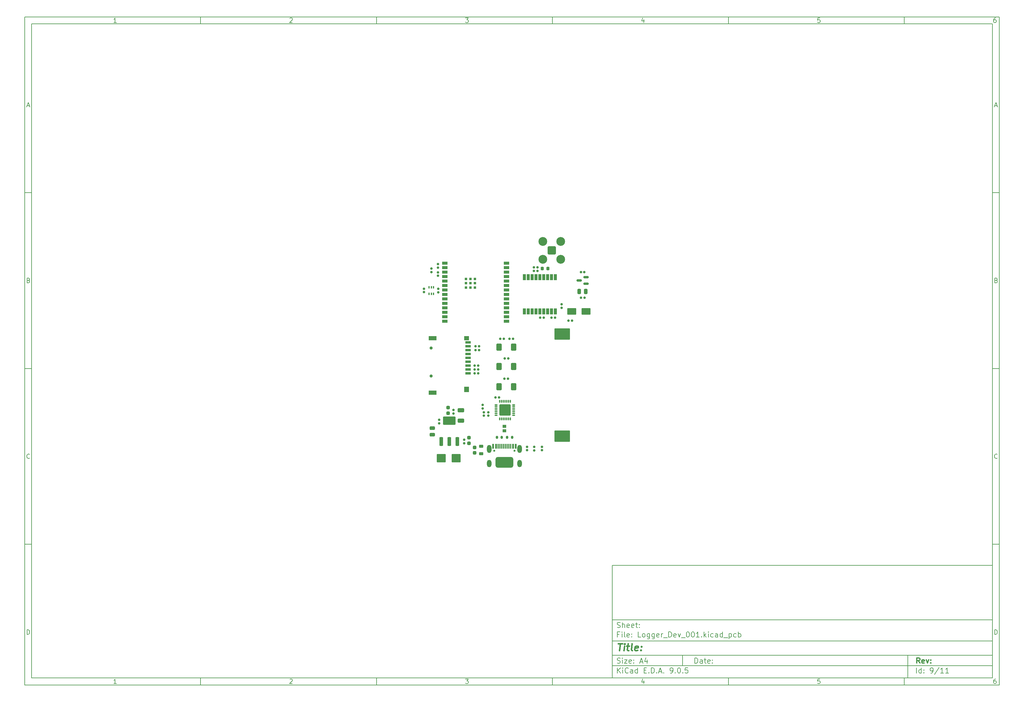
<source format=gbr>
%TF.GenerationSoftware,KiCad,Pcbnew,9.0.5*%
%TF.CreationDate,2025-12-06T02:43:12+13:00*%
%TF.ProjectId,Logger_Dev_001,4c6f6767-6572-45f4-9465-765f3030312e,rev?*%
%TF.SameCoordinates,Original*%
%TF.FileFunction,Soldermask,Top*%
%TF.FilePolarity,Negative*%
%FSLAX46Y46*%
G04 Gerber Fmt 4.6, Leading zero omitted, Abs format (unit mm)*
G04 Created by KiCad (PCBNEW 9.0.5) date 2025-12-06 02:43:12*
%MOMM*%
%LPD*%
G01*
G04 APERTURE LIST*
G04 Aperture macros list*
%AMRoundRect*
0 Rectangle with rounded corners*
0 $1 Rounding radius*
0 $2 $3 $4 $5 $6 $7 $8 $9 X,Y pos of 4 corners*
0 Add a 4 corners polygon primitive as box body*
4,1,4,$2,$3,$4,$5,$6,$7,$8,$9,$2,$3,0*
0 Add four circle primitives for the rounded corners*
1,1,$1+$1,$2,$3*
1,1,$1+$1,$4,$5*
1,1,$1+$1,$6,$7*
1,1,$1+$1,$8,$9*
0 Add four rect primitives between the rounded corners*
20,1,$1+$1,$2,$3,$4,$5,0*
20,1,$1+$1,$4,$5,$6,$7,0*
20,1,$1+$1,$6,$7,$8,$9,0*
20,1,$1+$1,$8,$9,$2,$3,0*%
G04 Aperture macros list end*
%ADD10C,0.100000*%
%ADD11C,0.150000*%
%ADD12C,0.300000*%
%ADD13C,0.400000*%
%ADD14RoundRect,0.159000X0.189000X-0.159000X0.189000X0.159000X-0.189000X0.159000X-0.189000X-0.159000X0*%
%ADD15RoundRect,0.250000X-1.350000X1.350000X-1.350000X-1.350000X1.350000X-1.350000X1.350000X1.350000X0*%
%ADD16O,0.900000X0.280000*%
%ADD17O,0.280000X0.900000*%
%ADD18RoundRect,0.220000X-0.220000X-0.255000X0.220000X-0.255000X0.220000X0.255000X-0.220000X0.255000X0*%
%ADD19RoundRect,0.244000X0.269000X-0.244000X0.269000X0.244000X-0.269000X0.244000X-0.269000X-0.244000X0*%
%ADD20C,0.600000*%
%ADD21R,0.300000X1.400000*%
%ADD22R,0.500000X1.400000*%
%ADD23O,1.300000X2.300000*%
%ADD24O,1.300000X2.100000*%
%ADD25C,0.500000*%
%ADD26RoundRect,0.500000X-2.000000X-1.000000X2.000000X-1.000000X2.000000X1.000000X-2.000000X1.000000X0*%
%ADD27RoundRect,0.159000X0.159000X0.189000X-0.159000X0.189000X-0.159000X-0.189000X0.159000X-0.189000X0*%
%ADD28RoundRect,0.265778X0.647222X-0.332222X0.647222X0.332222X-0.647222X0.332222X-0.647222X-0.332222X0*%
%ADD29RoundRect,0.200100X-0.949900X-0.949900X0.949900X-0.949900X0.949900X0.949900X-0.949900X0.949900X0*%
%ADD30C,2.500000*%
%ADD31RoundRect,0.159000X-0.159000X-0.189000X0.159000X-0.189000X0.159000X0.189000X-0.159000X0.189000X0*%
%ADD32RoundRect,0.159000X-0.189000X0.159000X-0.189000X-0.159000X0.189000X-0.159000X0.189000X0.159000X0*%
%ADD33RoundRect,0.220000X0.380000X-0.220000X0.380000X0.220000X-0.380000X0.220000X-0.380000X-0.220000X0*%
%ADD34RoundRect,0.261500X0.476500X-0.261500X0.476500X0.261500X-0.476500X0.261500X-0.476500X-0.261500X0*%
%ADD35RoundRect,0.260556X-1.027444X-0.677444X1.027444X-0.677444X1.027444X0.677444X-1.027444X0.677444X0*%
%ADD36RoundRect,0.287778X0.489222X0.714222X-0.489222X0.714222X-0.489222X-0.714222X0.489222X-0.714222X0*%
%ADD37RoundRect,0.169000X0.169000X0.219000X-0.169000X0.219000X-0.169000X-0.219000X0.169000X-0.219000X0*%
%ADD38R,0.812800X1.803400*%
%ADD39RoundRect,0.102000X-2.100000X1.500000X-2.100000X-1.500000X2.100000X-1.500000X2.100000X1.500000X0*%
%ADD40RoundRect,0.150000X0.590000X0.150000X-0.590000X0.150000X-0.590000X-0.150000X0.590000X-0.150000X0*%
%ADD41RoundRect,0.169000X-0.169000X-0.219000X0.169000X-0.219000X0.169000X0.219000X-0.169000X0.219000X0*%
%ADD42RoundRect,0.100000X-0.100000X0.225000X-0.100000X-0.225000X0.100000X-0.225000X0.100000X0.225000X0*%
%ADD43RoundRect,0.102000X0.150000X-0.350000X0.150000X0.350000X-0.150000X0.350000X-0.150000X-0.350000X0*%
%ADD44C,0.900000*%
%ADD45R,1.600000X0.700000*%
%ADD46R,2.200000X1.200000*%
%ADD47R,1.400000X1.600000*%
%ADD48R,1.400000X1.200000*%
%ADD49RoundRect,0.261500X0.261500X0.476500X-0.261500X0.476500X-0.261500X-0.476500X0.261500X-0.476500X0*%
%ADD50RoundRect,0.250000X-0.300000X1.000000X-0.300000X-1.000000X0.300000X-1.000000X0.300000X1.000000X0*%
%ADD51RoundRect,0.250000X-1.550000X0.920000X-1.550000X-0.920000X1.550000X-0.920000X1.550000X0.920000X0*%
%ADD52RoundRect,0.258261X1.029739X0.929739X-1.029739X0.929739X-1.029739X-0.929739X1.029739X-0.929739X0*%
%ADD53R,1.500000X0.900000*%
%ADD54R,0.800000X0.800000*%
G04 APERTURE END LIST*
D10*
D11*
X177002200Y-166007200D02*
X285002200Y-166007200D01*
X285002200Y-198007200D01*
X177002200Y-198007200D01*
X177002200Y-166007200D01*
D10*
D11*
X10000000Y-10000000D02*
X287002200Y-10000000D01*
X287002200Y-200007200D01*
X10000000Y-200007200D01*
X10000000Y-10000000D01*
D10*
D11*
X12000000Y-12000000D02*
X285002200Y-12000000D01*
X285002200Y-198007200D01*
X12000000Y-198007200D01*
X12000000Y-12000000D01*
D10*
D11*
X60000000Y-12000000D02*
X60000000Y-10000000D01*
D10*
D11*
X110000000Y-12000000D02*
X110000000Y-10000000D01*
D10*
D11*
X160000000Y-12000000D02*
X160000000Y-10000000D01*
D10*
D11*
X210000000Y-12000000D02*
X210000000Y-10000000D01*
D10*
D11*
X260000000Y-12000000D02*
X260000000Y-10000000D01*
D10*
D11*
X36089160Y-11593604D02*
X35346303Y-11593604D01*
X35717731Y-11593604D02*
X35717731Y-10293604D01*
X35717731Y-10293604D02*
X35593922Y-10479319D01*
X35593922Y-10479319D02*
X35470112Y-10603128D01*
X35470112Y-10603128D02*
X35346303Y-10665033D01*
D10*
D11*
X85346303Y-10417414D02*
X85408207Y-10355509D01*
X85408207Y-10355509D02*
X85532017Y-10293604D01*
X85532017Y-10293604D02*
X85841541Y-10293604D01*
X85841541Y-10293604D02*
X85965350Y-10355509D01*
X85965350Y-10355509D02*
X86027255Y-10417414D01*
X86027255Y-10417414D02*
X86089160Y-10541223D01*
X86089160Y-10541223D02*
X86089160Y-10665033D01*
X86089160Y-10665033D02*
X86027255Y-10850747D01*
X86027255Y-10850747D02*
X85284398Y-11593604D01*
X85284398Y-11593604D02*
X86089160Y-11593604D01*
D10*
D11*
X135284398Y-10293604D02*
X136089160Y-10293604D01*
X136089160Y-10293604D02*
X135655826Y-10788842D01*
X135655826Y-10788842D02*
X135841541Y-10788842D01*
X135841541Y-10788842D02*
X135965350Y-10850747D01*
X135965350Y-10850747D02*
X136027255Y-10912652D01*
X136027255Y-10912652D02*
X136089160Y-11036461D01*
X136089160Y-11036461D02*
X136089160Y-11345985D01*
X136089160Y-11345985D02*
X136027255Y-11469795D01*
X136027255Y-11469795D02*
X135965350Y-11531700D01*
X135965350Y-11531700D02*
X135841541Y-11593604D01*
X135841541Y-11593604D02*
X135470112Y-11593604D01*
X135470112Y-11593604D02*
X135346303Y-11531700D01*
X135346303Y-11531700D02*
X135284398Y-11469795D01*
D10*
D11*
X185965350Y-10726938D02*
X185965350Y-11593604D01*
X185655826Y-10231700D02*
X185346303Y-11160271D01*
X185346303Y-11160271D02*
X186151064Y-11160271D01*
D10*
D11*
X236027255Y-10293604D02*
X235408207Y-10293604D01*
X235408207Y-10293604D02*
X235346303Y-10912652D01*
X235346303Y-10912652D02*
X235408207Y-10850747D01*
X235408207Y-10850747D02*
X235532017Y-10788842D01*
X235532017Y-10788842D02*
X235841541Y-10788842D01*
X235841541Y-10788842D02*
X235965350Y-10850747D01*
X235965350Y-10850747D02*
X236027255Y-10912652D01*
X236027255Y-10912652D02*
X236089160Y-11036461D01*
X236089160Y-11036461D02*
X236089160Y-11345985D01*
X236089160Y-11345985D02*
X236027255Y-11469795D01*
X236027255Y-11469795D02*
X235965350Y-11531700D01*
X235965350Y-11531700D02*
X235841541Y-11593604D01*
X235841541Y-11593604D02*
X235532017Y-11593604D01*
X235532017Y-11593604D02*
X235408207Y-11531700D01*
X235408207Y-11531700D02*
X235346303Y-11469795D01*
D10*
D11*
X285965350Y-10293604D02*
X285717731Y-10293604D01*
X285717731Y-10293604D02*
X285593922Y-10355509D01*
X285593922Y-10355509D02*
X285532017Y-10417414D01*
X285532017Y-10417414D02*
X285408207Y-10603128D01*
X285408207Y-10603128D02*
X285346303Y-10850747D01*
X285346303Y-10850747D02*
X285346303Y-11345985D01*
X285346303Y-11345985D02*
X285408207Y-11469795D01*
X285408207Y-11469795D02*
X285470112Y-11531700D01*
X285470112Y-11531700D02*
X285593922Y-11593604D01*
X285593922Y-11593604D02*
X285841541Y-11593604D01*
X285841541Y-11593604D02*
X285965350Y-11531700D01*
X285965350Y-11531700D02*
X286027255Y-11469795D01*
X286027255Y-11469795D02*
X286089160Y-11345985D01*
X286089160Y-11345985D02*
X286089160Y-11036461D01*
X286089160Y-11036461D02*
X286027255Y-10912652D01*
X286027255Y-10912652D02*
X285965350Y-10850747D01*
X285965350Y-10850747D02*
X285841541Y-10788842D01*
X285841541Y-10788842D02*
X285593922Y-10788842D01*
X285593922Y-10788842D02*
X285470112Y-10850747D01*
X285470112Y-10850747D02*
X285408207Y-10912652D01*
X285408207Y-10912652D02*
X285346303Y-11036461D01*
D10*
D11*
X60000000Y-198007200D02*
X60000000Y-200007200D01*
D10*
D11*
X110000000Y-198007200D02*
X110000000Y-200007200D01*
D10*
D11*
X160000000Y-198007200D02*
X160000000Y-200007200D01*
D10*
D11*
X210000000Y-198007200D02*
X210000000Y-200007200D01*
D10*
D11*
X260000000Y-198007200D02*
X260000000Y-200007200D01*
D10*
D11*
X36089160Y-199600804D02*
X35346303Y-199600804D01*
X35717731Y-199600804D02*
X35717731Y-198300804D01*
X35717731Y-198300804D02*
X35593922Y-198486519D01*
X35593922Y-198486519D02*
X35470112Y-198610328D01*
X35470112Y-198610328D02*
X35346303Y-198672233D01*
D10*
D11*
X85346303Y-198424614D02*
X85408207Y-198362709D01*
X85408207Y-198362709D02*
X85532017Y-198300804D01*
X85532017Y-198300804D02*
X85841541Y-198300804D01*
X85841541Y-198300804D02*
X85965350Y-198362709D01*
X85965350Y-198362709D02*
X86027255Y-198424614D01*
X86027255Y-198424614D02*
X86089160Y-198548423D01*
X86089160Y-198548423D02*
X86089160Y-198672233D01*
X86089160Y-198672233D02*
X86027255Y-198857947D01*
X86027255Y-198857947D02*
X85284398Y-199600804D01*
X85284398Y-199600804D02*
X86089160Y-199600804D01*
D10*
D11*
X135284398Y-198300804D02*
X136089160Y-198300804D01*
X136089160Y-198300804D02*
X135655826Y-198796042D01*
X135655826Y-198796042D02*
X135841541Y-198796042D01*
X135841541Y-198796042D02*
X135965350Y-198857947D01*
X135965350Y-198857947D02*
X136027255Y-198919852D01*
X136027255Y-198919852D02*
X136089160Y-199043661D01*
X136089160Y-199043661D02*
X136089160Y-199353185D01*
X136089160Y-199353185D02*
X136027255Y-199476995D01*
X136027255Y-199476995D02*
X135965350Y-199538900D01*
X135965350Y-199538900D02*
X135841541Y-199600804D01*
X135841541Y-199600804D02*
X135470112Y-199600804D01*
X135470112Y-199600804D02*
X135346303Y-199538900D01*
X135346303Y-199538900D02*
X135284398Y-199476995D01*
D10*
D11*
X185965350Y-198734138D02*
X185965350Y-199600804D01*
X185655826Y-198238900D02*
X185346303Y-199167471D01*
X185346303Y-199167471D02*
X186151064Y-199167471D01*
D10*
D11*
X236027255Y-198300804D02*
X235408207Y-198300804D01*
X235408207Y-198300804D02*
X235346303Y-198919852D01*
X235346303Y-198919852D02*
X235408207Y-198857947D01*
X235408207Y-198857947D02*
X235532017Y-198796042D01*
X235532017Y-198796042D02*
X235841541Y-198796042D01*
X235841541Y-198796042D02*
X235965350Y-198857947D01*
X235965350Y-198857947D02*
X236027255Y-198919852D01*
X236027255Y-198919852D02*
X236089160Y-199043661D01*
X236089160Y-199043661D02*
X236089160Y-199353185D01*
X236089160Y-199353185D02*
X236027255Y-199476995D01*
X236027255Y-199476995D02*
X235965350Y-199538900D01*
X235965350Y-199538900D02*
X235841541Y-199600804D01*
X235841541Y-199600804D02*
X235532017Y-199600804D01*
X235532017Y-199600804D02*
X235408207Y-199538900D01*
X235408207Y-199538900D02*
X235346303Y-199476995D01*
D10*
D11*
X285965350Y-198300804D02*
X285717731Y-198300804D01*
X285717731Y-198300804D02*
X285593922Y-198362709D01*
X285593922Y-198362709D02*
X285532017Y-198424614D01*
X285532017Y-198424614D02*
X285408207Y-198610328D01*
X285408207Y-198610328D02*
X285346303Y-198857947D01*
X285346303Y-198857947D02*
X285346303Y-199353185D01*
X285346303Y-199353185D02*
X285408207Y-199476995D01*
X285408207Y-199476995D02*
X285470112Y-199538900D01*
X285470112Y-199538900D02*
X285593922Y-199600804D01*
X285593922Y-199600804D02*
X285841541Y-199600804D01*
X285841541Y-199600804D02*
X285965350Y-199538900D01*
X285965350Y-199538900D02*
X286027255Y-199476995D01*
X286027255Y-199476995D02*
X286089160Y-199353185D01*
X286089160Y-199353185D02*
X286089160Y-199043661D01*
X286089160Y-199043661D02*
X286027255Y-198919852D01*
X286027255Y-198919852D02*
X285965350Y-198857947D01*
X285965350Y-198857947D02*
X285841541Y-198796042D01*
X285841541Y-198796042D02*
X285593922Y-198796042D01*
X285593922Y-198796042D02*
X285470112Y-198857947D01*
X285470112Y-198857947D02*
X285408207Y-198919852D01*
X285408207Y-198919852D02*
X285346303Y-199043661D01*
D10*
D11*
X10000000Y-60000000D02*
X12000000Y-60000000D01*
D10*
D11*
X10000000Y-110000000D02*
X12000000Y-110000000D01*
D10*
D11*
X10000000Y-160000000D02*
X12000000Y-160000000D01*
D10*
D11*
X10690476Y-35222176D02*
X11309523Y-35222176D01*
X10566666Y-35593604D02*
X10999999Y-34293604D01*
X10999999Y-34293604D02*
X11433333Y-35593604D01*
D10*
D11*
X11092857Y-84912652D02*
X11278571Y-84974557D01*
X11278571Y-84974557D02*
X11340476Y-85036461D01*
X11340476Y-85036461D02*
X11402380Y-85160271D01*
X11402380Y-85160271D02*
X11402380Y-85345985D01*
X11402380Y-85345985D02*
X11340476Y-85469795D01*
X11340476Y-85469795D02*
X11278571Y-85531700D01*
X11278571Y-85531700D02*
X11154761Y-85593604D01*
X11154761Y-85593604D02*
X10659523Y-85593604D01*
X10659523Y-85593604D02*
X10659523Y-84293604D01*
X10659523Y-84293604D02*
X11092857Y-84293604D01*
X11092857Y-84293604D02*
X11216666Y-84355509D01*
X11216666Y-84355509D02*
X11278571Y-84417414D01*
X11278571Y-84417414D02*
X11340476Y-84541223D01*
X11340476Y-84541223D02*
X11340476Y-84665033D01*
X11340476Y-84665033D02*
X11278571Y-84788842D01*
X11278571Y-84788842D02*
X11216666Y-84850747D01*
X11216666Y-84850747D02*
X11092857Y-84912652D01*
X11092857Y-84912652D02*
X10659523Y-84912652D01*
D10*
D11*
X11402380Y-135469795D02*
X11340476Y-135531700D01*
X11340476Y-135531700D02*
X11154761Y-135593604D01*
X11154761Y-135593604D02*
X11030952Y-135593604D01*
X11030952Y-135593604D02*
X10845238Y-135531700D01*
X10845238Y-135531700D02*
X10721428Y-135407890D01*
X10721428Y-135407890D02*
X10659523Y-135284080D01*
X10659523Y-135284080D02*
X10597619Y-135036461D01*
X10597619Y-135036461D02*
X10597619Y-134850747D01*
X10597619Y-134850747D02*
X10659523Y-134603128D01*
X10659523Y-134603128D02*
X10721428Y-134479319D01*
X10721428Y-134479319D02*
X10845238Y-134355509D01*
X10845238Y-134355509D02*
X11030952Y-134293604D01*
X11030952Y-134293604D02*
X11154761Y-134293604D01*
X11154761Y-134293604D02*
X11340476Y-134355509D01*
X11340476Y-134355509D02*
X11402380Y-134417414D01*
D10*
D11*
X10659523Y-185593604D02*
X10659523Y-184293604D01*
X10659523Y-184293604D02*
X10969047Y-184293604D01*
X10969047Y-184293604D02*
X11154761Y-184355509D01*
X11154761Y-184355509D02*
X11278571Y-184479319D01*
X11278571Y-184479319D02*
X11340476Y-184603128D01*
X11340476Y-184603128D02*
X11402380Y-184850747D01*
X11402380Y-184850747D02*
X11402380Y-185036461D01*
X11402380Y-185036461D02*
X11340476Y-185284080D01*
X11340476Y-185284080D02*
X11278571Y-185407890D01*
X11278571Y-185407890D02*
X11154761Y-185531700D01*
X11154761Y-185531700D02*
X10969047Y-185593604D01*
X10969047Y-185593604D02*
X10659523Y-185593604D01*
D10*
D11*
X287002200Y-60000000D02*
X285002200Y-60000000D01*
D10*
D11*
X287002200Y-110000000D02*
X285002200Y-110000000D01*
D10*
D11*
X287002200Y-160000000D02*
X285002200Y-160000000D01*
D10*
D11*
X285692676Y-35222176D02*
X286311723Y-35222176D01*
X285568866Y-35593604D02*
X286002199Y-34293604D01*
X286002199Y-34293604D02*
X286435533Y-35593604D01*
D10*
D11*
X286095057Y-84912652D02*
X286280771Y-84974557D01*
X286280771Y-84974557D02*
X286342676Y-85036461D01*
X286342676Y-85036461D02*
X286404580Y-85160271D01*
X286404580Y-85160271D02*
X286404580Y-85345985D01*
X286404580Y-85345985D02*
X286342676Y-85469795D01*
X286342676Y-85469795D02*
X286280771Y-85531700D01*
X286280771Y-85531700D02*
X286156961Y-85593604D01*
X286156961Y-85593604D02*
X285661723Y-85593604D01*
X285661723Y-85593604D02*
X285661723Y-84293604D01*
X285661723Y-84293604D02*
X286095057Y-84293604D01*
X286095057Y-84293604D02*
X286218866Y-84355509D01*
X286218866Y-84355509D02*
X286280771Y-84417414D01*
X286280771Y-84417414D02*
X286342676Y-84541223D01*
X286342676Y-84541223D02*
X286342676Y-84665033D01*
X286342676Y-84665033D02*
X286280771Y-84788842D01*
X286280771Y-84788842D02*
X286218866Y-84850747D01*
X286218866Y-84850747D02*
X286095057Y-84912652D01*
X286095057Y-84912652D02*
X285661723Y-84912652D01*
D10*
D11*
X286404580Y-135469795D02*
X286342676Y-135531700D01*
X286342676Y-135531700D02*
X286156961Y-135593604D01*
X286156961Y-135593604D02*
X286033152Y-135593604D01*
X286033152Y-135593604D02*
X285847438Y-135531700D01*
X285847438Y-135531700D02*
X285723628Y-135407890D01*
X285723628Y-135407890D02*
X285661723Y-135284080D01*
X285661723Y-135284080D02*
X285599819Y-135036461D01*
X285599819Y-135036461D02*
X285599819Y-134850747D01*
X285599819Y-134850747D02*
X285661723Y-134603128D01*
X285661723Y-134603128D02*
X285723628Y-134479319D01*
X285723628Y-134479319D02*
X285847438Y-134355509D01*
X285847438Y-134355509D02*
X286033152Y-134293604D01*
X286033152Y-134293604D02*
X286156961Y-134293604D01*
X286156961Y-134293604D02*
X286342676Y-134355509D01*
X286342676Y-134355509D02*
X286404580Y-134417414D01*
D10*
D11*
X285661723Y-185593604D02*
X285661723Y-184293604D01*
X285661723Y-184293604D02*
X285971247Y-184293604D01*
X285971247Y-184293604D02*
X286156961Y-184355509D01*
X286156961Y-184355509D02*
X286280771Y-184479319D01*
X286280771Y-184479319D02*
X286342676Y-184603128D01*
X286342676Y-184603128D02*
X286404580Y-184850747D01*
X286404580Y-184850747D02*
X286404580Y-185036461D01*
X286404580Y-185036461D02*
X286342676Y-185284080D01*
X286342676Y-185284080D02*
X286280771Y-185407890D01*
X286280771Y-185407890D02*
X286156961Y-185531700D01*
X286156961Y-185531700D02*
X285971247Y-185593604D01*
X285971247Y-185593604D02*
X285661723Y-185593604D01*
D10*
D11*
X200458026Y-193793328D02*
X200458026Y-192293328D01*
X200458026Y-192293328D02*
X200815169Y-192293328D01*
X200815169Y-192293328D02*
X201029455Y-192364757D01*
X201029455Y-192364757D02*
X201172312Y-192507614D01*
X201172312Y-192507614D02*
X201243741Y-192650471D01*
X201243741Y-192650471D02*
X201315169Y-192936185D01*
X201315169Y-192936185D02*
X201315169Y-193150471D01*
X201315169Y-193150471D02*
X201243741Y-193436185D01*
X201243741Y-193436185D02*
X201172312Y-193579042D01*
X201172312Y-193579042D02*
X201029455Y-193721900D01*
X201029455Y-193721900D02*
X200815169Y-193793328D01*
X200815169Y-193793328D02*
X200458026Y-193793328D01*
X202600884Y-193793328D02*
X202600884Y-193007614D01*
X202600884Y-193007614D02*
X202529455Y-192864757D01*
X202529455Y-192864757D02*
X202386598Y-192793328D01*
X202386598Y-192793328D02*
X202100884Y-192793328D01*
X202100884Y-192793328D02*
X201958026Y-192864757D01*
X202600884Y-193721900D02*
X202458026Y-193793328D01*
X202458026Y-193793328D02*
X202100884Y-193793328D01*
X202100884Y-193793328D02*
X201958026Y-193721900D01*
X201958026Y-193721900D02*
X201886598Y-193579042D01*
X201886598Y-193579042D02*
X201886598Y-193436185D01*
X201886598Y-193436185D02*
X201958026Y-193293328D01*
X201958026Y-193293328D02*
X202100884Y-193221900D01*
X202100884Y-193221900D02*
X202458026Y-193221900D01*
X202458026Y-193221900D02*
X202600884Y-193150471D01*
X203100884Y-192793328D02*
X203672312Y-192793328D01*
X203315169Y-192293328D02*
X203315169Y-193579042D01*
X203315169Y-193579042D02*
X203386598Y-193721900D01*
X203386598Y-193721900D02*
X203529455Y-193793328D01*
X203529455Y-193793328D02*
X203672312Y-193793328D01*
X204743741Y-193721900D02*
X204600884Y-193793328D01*
X204600884Y-193793328D02*
X204315170Y-193793328D01*
X204315170Y-193793328D02*
X204172312Y-193721900D01*
X204172312Y-193721900D02*
X204100884Y-193579042D01*
X204100884Y-193579042D02*
X204100884Y-193007614D01*
X204100884Y-193007614D02*
X204172312Y-192864757D01*
X204172312Y-192864757D02*
X204315170Y-192793328D01*
X204315170Y-192793328D02*
X204600884Y-192793328D01*
X204600884Y-192793328D02*
X204743741Y-192864757D01*
X204743741Y-192864757D02*
X204815170Y-193007614D01*
X204815170Y-193007614D02*
X204815170Y-193150471D01*
X204815170Y-193150471D02*
X204100884Y-193293328D01*
X205458026Y-193650471D02*
X205529455Y-193721900D01*
X205529455Y-193721900D02*
X205458026Y-193793328D01*
X205458026Y-193793328D02*
X205386598Y-193721900D01*
X205386598Y-193721900D02*
X205458026Y-193650471D01*
X205458026Y-193650471D02*
X205458026Y-193793328D01*
X205458026Y-192864757D02*
X205529455Y-192936185D01*
X205529455Y-192936185D02*
X205458026Y-193007614D01*
X205458026Y-193007614D02*
X205386598Y-192936185D01*
X205386598Y-192936185D02*
X205458026Y-192864757D01*
X205458026Y-192864757D02*
X205458026Y-193007614D01*
D10*
D11*
X177002200Y-194507200D02*
X285002200Y-194507200D01*
D10*
D11*
X178458026Y-196593328D02*
X178458026Y-195093328D01*
X179315169Y-196593328D02*
X178672312Y-195736185D01*
X179315169Y-195093328D02*
X178458026Y-195950471D01*
X179958026Y-196593328D02*
X179958026Y-195593328D01*
X179958026Y-195093328D02*
X179886598Y-195164757D01*
X179886598Y-195164757D02*
X179958026Y-195236185D01*
X179958026Y-195236185D02*
X180029455Y-195164757D01*
X180029455Y-195164757D02*
X179958026Y-195093328D01*
X179958026Y-195093328D02*
X179958026Y-195236185D01*
X181529455Y-196450471D02*
X181458027Y-196521900D01*
X181458027Y-196521900D02*
X181243741Y-196593328D01*
X181243741Y-196593328D02*
X181100884Y-196593328D01*
X181100884Y-196593328D02*
X180886598Y-196521900D01*
X180886598Y-196521900D02*
X180743741Y-196379042D01*
X180743741Y-196379042D02*
X180672312Y-196236185D01*
X180672312Y-196236185D02*
X180600884Y-195950471D01*
X180600884Y-195950471D02*
X180600884Y-195736185D01*
X180600884Y-195736185D02*
X180672312Y-195450471D01*
X180672312Y-195450471D02*
X180743741Y-195307614D01*
X180743741Y-195307614D02*
X180886598Y-195164757D01*
X180886598Y-195164757D02*
X181100884Y-195093328D01*
X181100884Y-195093328D02*
X181243741Y-195093328D01*
X181243741Y-195093328D02*
X181458027Y-195164757D01*
X181458027Y-195164757D02*
X181529455Y-195236185D01*
X182815170Y-196593328D02*
X182815170Y-195807614D01*
X182815170Y-195807614D02*
X182743741Y-195664757D01*
X182743741Y-195664757D02*
X182600884Y-195593328D01*
X182600884Y-195593328D02*
X182315170Y-195593328D01*
X182315170Y-195593328D02*
X182172312Y-195664757D01*
X182815170Y-196521900D02*
X182672312Y-196593328D01*
X182672312Y-196593328D02*
X182315170Y-196593328D01*
X182315170Y-196593328D02*
X182172312Y-196521900D01*
X182172312Y-196521900D02*
X182100884Y-196379042D01*
X182100884Y-196379042D02*
X182100884Y-196236185D01*
X182100884Y-196236185D02*
X182172312Y-196093328D01*
X182172312Y-196093328D02*
X182315170Y-196021900D01*
X182315170Y-196021900D02*
X182672312Y-196021900D01*
X182672312Y-196021900D02*
X182815170Y-195950471D01*
X184172313Y-196593328D02*
X184172313Y-195093328D01*
X184172313Y-196521900D02*
X184029455Y-196593328D01*
X184029455Y-196593328D02*
X183743741Y-196593328D01*
X183743741Y-196593328D02*
X183600884Y-196521900D01*
X183600884Y-196521900D02*
X183529455Y-196450471D01*
X183529455Y-196450471D02*
X183458027Y-196307614D01*
X183458027Y-196307614D02*
X183458027Y-195879042D01*
X183458027Y-195879042D02*
X183529455Y-195736185D01*
X183529455Y-195736185D02*
X183600884Y-195664757D01*
X183600884Y-195664757D02*
X183743741Y-195593328D01*
X183743741Y-195593328D02*
X184029455Y-195593328D01*
X184029455Y-195593328D02*
X184172313Y-195664757D01*
X186029455Y-195807614D02*
X186529455Y-195807614D01*
X186743741Y-196593328D02*
X186029455Y-196593328D01*
X186029455Y-196593328D02*
X186029455Y-195093328D01*
X186029455Y-195093328D02*
X186743741Y-195093328D01*
X187386598Y-196450471D02*
X187458027Y-196521900D01*
X187458027Y-196521900D02*
X187386598Y-196593328D01*
X187386598Y-196593328D02*
X187315170Y-196521900D01*
X187315170Y-196521900D02*
X187386598Y-196450471D01*
X187386598Y-196450471D02*
X187386598Y-196593328D01*
X188100884Y-196593328D02*
X188100884Y-195093328D01*
X188100884Y-195093328D02*
X188458027Y-195093328D01*
X188458027Y-195093328D02*
X188672313Y-195164757D01*
X188672313Y-195164757D02*
X188815170Y-195307614D01*
X188815170Y-195307614D02*
X188886599Y-195450471D01*
X188886599Y-195450471D02*
X188958027Y-195736185D01*
X188958027Y-195736185D02*
X188958027Y-195950471D01*
X188958027Y-195950471D02*
X188886599Y-196236185D01*
X188886599Y-196236185D02*
X188815170Y-196379042D01*
X188815170Y-196379042D02*
X188672313Y-196521900D01*
X188672313Y-196521900D02*
X188458027Y-196593328D01*
X188458027Y-196593328D02*
X188100884Y-196593328D01*
X189600884Y-196450471D02*
X189672313Y-196521900D01*
X189672313Y-196521900D02*
X189600884Y-196593328D01*
X189600884Y-196593328D02*
X189529456Y-196521900D01*
X189529456Y-196521900D02*
X189600884Y-196450471D01*
X189600884Y-196450471D02*
X189600884Y-196593328D01*
X190243742Y-196164757D02*
X190958028Y-196164757D01*
X190100885Y-196593328D02*
X190600885Y-195093328D01*
X190600885Y-195093328D02*
X191100885Y-196593328D01*
X191600884Y-196450471D02*
X191672313Y-196521900D01*
X191672313Y-196521900D02*
X191600884Y-196593328D01*
X191600884Y-196593328D02*
X191529456Y-196521900D01*
X191529456Y-196521900D02*
X191600884Y-196450471D01*
X191600884Y-196450471D02*
X191600884Y-196593328D01*
X193529456Y-196593328D02*
X193815170Y-196593328D01*
X193815170Y-196593328D02*
X193958027Y-196521900D01*
X193958027Y-196521900D02*
X194029456Y-196450471D01*
X194029456Y-196450471D02*
X194172313Y-196236185D01*
X194172313Y-196236185D02*
X194243742Y-195950471D01*
X194243742Y-195950471D02*
X194243742Y-195379042D01*
X194243742Y-195379042D02*
X194172313Y-195236185D01*
X194172313Y-195236185D02*
X194100885Y-195164757D01*
X194100885Y-195164757D02*
X193958027Y-195093328D01*
X193958027Y-195093328D02*
X193672313Y-195093328D01*
X193672313Y-195093328D02*
X193529456Y-195164757D01*
X193529456Y-195164757D02*
X193458027Y-195236185D01*
X193458027Y-195236185D02*
X193386599Y-195379042D01*
X193386599Y-195379042D02*
X193386599Y-195736185D01*
X193386599Y-195736185D02*
X193458027Y-195879042D01*
X193458027Y-195879042D02*
X193529456Y-195950471D01*
X193529456Y-195950471D02*
X193672313Y-196021900D01*
X193672313Y-196021900D02*
X193958027Y-196021900D01*
X193958027Y-196021900D02*
X194100885Y-195950471D01*
X194100885Y-195950471D02*
X194172313Y-195879042D01*
X194172313Y-195879042D02*
X194243742Y-195736185D01*
X194886598Y-196450471D02*
X194958027Y-196521900D01*
X194958027Y-196521900D02*
X194886598Y-196593328D01*
X194886598Y-196593328D02*
X194815170Y-196521900D01*
X194815170Y-196521900D02*
X194886598Y-196450471D01*
X194886598Y-196450471D02*
X194886598Y-196593328D01*
X195886599Y-195093328D02*
X196029456Y-195093328D01*
X196029456Y-195093328D02*
X196172313Y-195164757D01*
X196172313Y-195164757D02*
X196243742Y-195236185D01*
X196243742Y-195236185D02*
X196315170Y-195379042D01*
X196315170Y-195379042D02*
X196386599Y-195664757D01*
X196386599Y-195664757D02*
X196386599Y-196021900D01*
X196386599Y-196021900D02*
X196315170Y-196307614D01*
X196315170Y-196307614D02*
X196243742Y-196450471D01*
X196243742Y-196450471D02*
X196172313Y-196521900D01*
X196172313Y-196521900D02*
X196029456Y-196593328D01*
X196029456Y-196593328D02*
X195886599Y-196593328D01*
X195886599Y-196593328D02*
X195743742Y-196521900D01*
X195743742Y-196521900D02*
X195672313Y-196450471D01*
X195672313Y-196450471D02*
X195600884Y-196307614D01*
X195600884Y-196307614D02*
X195529456Y-196021900D01*
X195529456Y-196021900D02*
X195529456Y-195664757D01*
X195529456Y-195664757D02*
X195600884Y-195379042D01*
X195600884Y-195379042D02*
X195672313Y-195236185D01*
X195672313Y-195236185D02*
X195743742Y-195164757D01*
X195743742Y-195164757D02*
X195886599Y-195093328D01*
X197029455Y-196450471D02*
X197100884Y-196521900D01*
X197100884Y-196521900D02*
X197029455Y-196593328D01*
X197029455Y-196593328D02*
X196958027Y-196521900D01*
X196958027Y-196521900D02*
X197029455Y-196450471D01*
X197029455Y-196450471D02*
X197029455Y-196593328D01*
X198458027Y-195093328D02*
X197743741Y-195093328D01*
X197743741Y-195093328D02*
X197672313Y-195807614D01*
X197672313Y-195807614D02*
X197743741Y-195736185D01*
X197743741Y-195736185D02*
X197886599Y-195664757D01*
X197886599Y-195664757D02*
X198243741Y-195664757D01*
X198243741Y-195664757D02*
X198386599Y-195736185D01*
X198386599Y-195736185D02*
X198458027Y-195807614D01*
X198458027Y-195807614D02*
X198529456Y-195950471D01*
X198529456Y-195950471D02*
X198529456Y-196307614D01*
X198529456Y-196307614D02*
X198458027Y-196450471D01*
X198458027Y-196450471D02*
X198386599Y-196521900D01*
X198386599Y-196521900D02*
X198243741Y-196593328D01*
X198243741Y-196593328D02*
X197886599Y-196593328D01*
X197886599Y-196593328D02*
X197743741Y-196521900D01*
X197743741Y-196521900D02*
X197672313Y-196450471D01*
D10*
D11*
X177002200Y-191507200D02*
X285002200Y-191507200D01*
D10*
D12*
X264413853Y-193785528D02*
X263913853Y-193071242D01*
X263556710Y-193785528D02*
X263556710Y-192285528D01*
X263556710Y-192285528D02*
X264128139Y-192285528D01*
X264128139Y-192285528D02*
X264270996Y-192356957D01*
X264270996Y-192356957D02*
X264342425Y-192428385D01*
X264342425Y-192428385D02*
X264413853Y-192571242D01*
X264413853Y-192571242D02*
X264413853Y-192785528D01*
X264413853Y-192785528D02*
X264342425Y-192928385D01*
X264342425Y-192928385D02*
X264270996Y-192999814D01*
X264270996Y-192999814D02*
X264128139Y-193071242D01*
X264128139Y-193071242D02*
X263556710Y-193071242D01*
X265628139Y-193714100D02*
X265485282Y-193785528D01*
X265485282Y-193785528D02*
X265199568Y-193785528D01*
X265199568Y-193785528D02*
X265056710Y-193714100D01*
X265056710Y-193714100D02*
X264985282Y-193571242D01*
X264985282Y-193571242D02*
X264985282Y-192999814D01*
X264985282Y-192999814D02*
X265056710Y-192856957D01*
X265056710Y-192856957D02*
X265199568Y-192785528D01*
X265199568Y-192785528D02*
X265485282Y-192785528D01*
X265485282Y-192785528D02*
X265628139Y-192856957D01*
X265628139Y-192856957D02*
X265699568Y-192999814D01*
X265699568Y-192999814D02*
X265699568Y-193142671D01*
X265699568Y-193142671D02*
X264985282Y-193285528D01*
X266199567Y-192785528D02*
X266556710Y-193785528D01*
X266556710Y-193785528D02*
X266913853Y-192785528D01*
X267485281Y-193642671D02*
X267556710Y-193714100D01*
X267556710Y-193714100D02*
X267485281Y-193785528D01*
X267485281Y-193785528D02*
X267413853Y-193714100D01*
X267413853Y-193714100D02*
X267485281Y-193642671D01*
X267485281Y-193642671D02*
X267485281Y-193785528D01*
X267485281Y-192856957D02*
X267556710Y-192928385D01*
X267556710Y-192928385D02*
X267485281Y-192999814D01*
X267485281Y-192999814D02*
X267413853Y-192928385D01*
X267413853Y-192928385D02*
X267485281Y-192856957D01*
X267485281Y-192856957D02*
X267485281Y-192999814D01*
D10*
D11*
X178386598Y-193721900D02*
X178600884Y-193793328D01*
X178600884Y-193793328D02*
X178958026Y-193793328D01*
X178958026Y-193793328D02*
X179100884Y-193721900D01*
X179100884Y-193721900D02*
X179172312Y-193650471D01*
X179172312Y-193650471D02*
X179243741Y-193507614D01*
X179243741Y-193507614D02*
X179243741Y-193364757D01*
X179243741Y-193364757D02*
X179172312Y-193221900D01*
X179172312Y-193221900D02*
X179100884Y-193150471D01*
X179100884Y-193150471D02*
X178958026Y-193079042D01*
X178958026Y-193079042D02*
X178672312Y-193007614D01*
X178672312Y-193007614D02*
X178529455Y-192936185D01*
X178529455Y-192936185D02*
X178458026Y-192864757D01*
X178458026Y-192864757D02*
X178386598Y-192721900D01*
X178386598Y-192721900D02*
X178386598Y-192579042D01*
X178386598Y-192579042D02*
X178458026Y-192436185D01*
X178458026Y-192436185D02*
X178529455Y-192364757D01*
X178529455Y-192364757D02*
X178672312Y-192293328D01*
X178672312Y-192293328D02*
X179029455Y-192293328D01*
X179029455Y-192293328D02*
X179243741Y-192364757D01*
X179886597Y-193793328D02*
X179886597Y-192793328D01*
X179886597Y-192293328D02*
X179815169Y-192364757D01*
X179815169Y-192364757D02*
X179886597Y-192436185D01*
X179886597Y-192436185D02*
X179958026Y-192364757D01*
X179958026Y-192364757D02*
X179886597Y-192293328D01*
X179886597Y-192293328D02*
X179886597Y-192436185D01*
X180458026Y-192793328D02*
X181243741Y-192793328D01*
X181243741Y-192793328D02*
X180458026Y-193793328D01*
X180458026Y-193793328D02*
X181243741Y-193793328D01*
X182386598Y-193721900D02*
X182243741Y-193793328D01*
X182243741Y-193793328D02*
X181958027Y-193793328D01*
X181958027Y-193793328D02*
X181815169Y-193721900D01*
X181815169Y-193721900D02*
X181743741Y-193579042D01*
X181743741Y-193579042D02*
X181743741Y-193007614D01*
X181743741Y-193007614D02*
X181815169Y-192864757D01*
X181815169Y-192864757D02*
X181958027Y-192793328D01*
X181958027Y-192793328D02*
X182243741Y-192793328D01*
X182243741Y-192793328D02*
X182386598Y-192864757D01*
X182386598Y-192864757D02*
X182458027Y-193007614D01*
X182458027Y-193007614D02*
X182458027Y-193150471D01*
X182458027Y-193150471D02*
X181743741Y-193293328D01*
X183100883Y-193650471D02*
X183172312Y-193721900D01*
X183172312Y-193721900D02*
X183100883Y-193793328D01*
X183100883Y-193793328D02*
X183029455Y-193721900D01*
X183029455Y-193721900D02*
X183100883Y-193650471D01*
X183100883Y-193650471D02*
X183100883Y-193793328D01*
X183100883Y-192864757D02*
X183172312Y-192936185D01*
X183172312Y-192936185D02*
X183100883Y-193007614D01*
X183100883Y-193007614D02*
X183029455Y-192936185D01*
X183029455Y-192936185D02*
X183100883Y-192864757D01*
X183100883Y-192864757D02*
X183100883Y-193007614D01*
X184886598Y-193364757D02*
X185600884Y-193364757D01*
X184743741Y-193793328D02*
X185243741Y-192293328D01*
X185243741Y-192293328D02*
X185743741Y-193793328D01*
X186886598Y-192793328D02*
X186886598Y-193793328D01*
X186529455Y-192221900D02*
X186172312Y-193293328D01*
X186172312Y-193293328D02*
X187100883Y-193293328D01*
D10*
D11*
X263458026Y-196593328D02*
X263458026Y-195093328D01*
X264815170Y-196593328D02*
X264815170Y-195093328D01*
X264815170Y-196521900D02*
X264672312Y-196593328D01*
X264672312Y-196593328D02*
X264386598Y-196593328D01*
X264386598Y-196593328D02*
X264243741Y-196521900D01*
X264243741Y-196521900D02*
X264172312Y-196450471D01*
X264172312Y-196450471D02*
X264100884Y-196307614D01*
X264100884Y-196307614D02*
X264100884Y-195879042D01*
X264100884Y-195879042D02*
X264172312Y-195736185D01*
X264172312Y-195736185D02*
X264243741Y-195664757D01*
X264243741Y-195664757D02*
X264386598Y-195593328D01*
X264386598Y-195593328D02*
X264672312Y-195593328D01*
X264672312Y-195593328D02*
X264815170Y-195664757D01*
X265529455Y-196450471D02*
X265600884Y-196521900D01*
X265600884Y-196521900D02*
X265529455Y-196593328D01*
X265529455Y-196593328D02*
X265458027Y-196521900D01*
X265458027Y-196521900D02*
X265529455Y-196450471D01*
X265529455Y-196450471D02*
X265529455Y-196593328D01*
X265529455Y-195664757D02*
X265600884Y-195736185D01*
X265600884Y-195736185D02*
X265529455Y-195807614D01*
X265529455Y-195807614D02*
X265458027Y-195736185D01*
X265458027Y-195736185D02*
X265529455Y-195664757D01*
X265529455Y-195664757D02*
X265529455Y-195807614D01*
X267458027Y-196593328D02*
X267743741Y-196593328D01*
X267743741Y-196593328D02*
X267886598Y-196521900D01*
X267886598Y-196521900D02*
X267958027Y-196450471D01*
X267958027Y-196450471D02*
X268100884Y-196236185D01*
X268100884Y-196236185D02*
X268172313Y-195950471D01*
X268172313Y-195950471D02*
X268172313Y-195379042D01*
X268172313Y-195379042D02*
X268100884Y-195236185D01*
X268100884Y-195236185D02*
X268029456Y-195164757D01*
X268029456Y-195164757D02*
X267886598Y-195093328D01*
X267886598Y-195093328D02*
X267600884Y-195093328D01*
X267600884Y-195093328D02*
X267458027Y-195164757D01*
X267458027Y-195164757D02*
X267386598Y-195236185D01*
X267386598Y-195236185D02*
X267315170Y-195379042D01*
X267315170Y-195379042D02*
X267315170Y-195736185D01*
X267315170Y-195736185D02*
X267386598Y-195879042D01*
X267386598Y-195879042D02*
X267458027Y-195950471D01*
X267458027Y-195950471D02*
X267600884Y-196021900D01*
X267600884Y-196021900D02*
X267886598Y-196021900D01*
X267886598Y-196021900D02*
X268029456Y-195950471D01*
X268029456Y-195950471D02*
X268100884Y-195879042D01*
X268100884Y-195879042D02*
X268172313Y-195736185D01*
X269886598Y-195021900D02*
X268600884Y-196950471D01*
X271172313Y-196593328D02*
X270315170Y-196593328D01*
X270743741Y-196593328D02*
X270743741Y-195093328D01*
X270743741Y-195093328D02*
X270600884Y-195307614D01*
X270600884Y-195307614D02*
X270458027Y-195450471D01*
X270458027Y-195450471D02*
X270315170Y-195521900D01*
X272600884Y-196593328D02*
X271743741Y-196593328D01*
X272172312Y-196593328D02*
X272172312Y-195093328D01*
X272172312Y-195093328D02*
X272029455Y-195307614D01*
X272029455Y-195307614D02*
X271886598Y-195450471D01*
X271886598Y-195450471D02*
X271743741Y-195521900D01*
D10*
D11*
X177002200Y-187507200D02*
X285002200Y-187507200D01*
D10*
D13*
X178693928Y-188211638D02*
X179836785Y-188211638D01*
X179015357Y-190211638D02*
X179265357Y-188211638D01*
X180253452Y-190211638D02*
X180420119Y-188878304D01*
X180503452Y-188211638D02*
X180396309Y-188306876D01*
X180396309Y-188306876D02*
X180479643Y-188402114D01*
X180479643Y-188402114D02*
X180586786Y-188306876D01*
X180586786Y-188306876D02*
X180503452Y-188211638D01*
X180503452Y-188211638D02*
X180479643Y-188402114D01*
X181086786Y-188878304D02*
X181848690Y-188878304D01*
X181455833Y-188211638D02*
X181241548Y-189925923D01*
X181241548Y-189925923D02*
X181312976Y-190116400D01*
X181312976Y-190116400D02*
X181491548Y-190211638D01*
X181491548Y-190211638D02*
X181682024Y-190211638D01*
X182634405Y-190211638D02*
X182455833Y-190116400D01*
X182455833Y-190116400D02*
X182384405Y-189925923D01*
X182384405Y-189925923D02*
X182598690Y-188211638D01*
X184170119Y-190116400D02*
X183967738Y-190211638D01*
X183967738Y-190211638D02*
X183586785Y-190211638D01*
X183586785Y-190211638D02*
X183408214Y-190116400D01*
X183408214Y-190116400D02*
X183336785Y-189925923D01*
X183336785Y-189925923D02*
X183432024Y-189164019D01*
X183432024Y-189164019D02*
X183551071Y-188973542D01*
X183551071Y-188973542D02*
X183753452Y-188878304D01*
X183753452Y-188878304D02*
X184134404Y-188878304D01*
X184134404Y-188878304D02*
X184312976Y-188973542D01*
X184312976Y-188973542D02*
X184384404Y-189164019D01*
X184384404Y-189164019D02*
X184360595Y-189354495D01*
X184360595Y-189354495D02*
X183384404Y-189544971D01*
X185134405Y-190021161D02*
X185217738Y-190116400D01*
X185217738Y-190116400D02*
X185110595Y-190211638D01*
X185110595Y-190211638D02*
X185027262Y-190116400D01*
X185027262Y-190116400D02*
X185134405Y-190021161D01*
X185134405Y-190021161D02*
X185110595Y-190211638D01*
X185265357Y-188973542D02*
X185348690Y-189068780D01*
X185348690Y-189068780D02*
X185241548Y-189164019D01*
X185241548Y-189164019D02*
X185158214Y-189068780D01*
X185158214Y-189068780D02*
X185265357Y-188973542D01*
X185265357Y-188973542D02*
X185241548Y-189164019D01*
D10*
D11*
X178958026Y-185607614D02*
X178458026Y-185607614D01*
X178458026Y-186393328D02*
X178458026Y-184893328D01*
X178458026Y-184893328D02*
X179172312Y-184893328D01*
X179743740Y-186393328D02*
X179743740Y-185393328D01*
X179743740Y-184893328D02*
X179672312Y-184964757D01*
X179672312Y-184964757D02*
X179743740Y-185036185D01*
X179743740Y-185036185D02*
X179815169Y-184964757D01*
X179815169Y-184964757D02*
X179743740Y-184893328D01*
X179743740Y-184893328D02*
X179743740Y-185036185D01*
X180672312Y-186393328D02*
X180529455Y-186321900D01*
X180529455Y-186321900D02*
X180458026Y-186179042D01*
X180458026Y-186179042D02*
X180458026Y-184893328D01*
X181815169Y-186321900D02*
X181672312Y-186393328D01*
X181672312Y-186393328D02*
X181386598Y-186393328D01*
X181386598Y-186393328D02*
X181243740Y-186321900D01*
X181243740Y-186321900D02*
X181172312Y-186179042D01*
X181172312Y-186179042D02*
X181172312Y-185607614D01*
X181172312Y-185607614D02*
X181243740Y-185464757D01*
X181243740Y-185464757D02*
X181386598Y-185393328D01*
X181386598Y-185393328D02*
X181672312Y-185393328D01*
X181672312Y-185393328D02*
X181815169Y-185464757D01*
X181815169Y-185464757D02*
X181886598Y-185607614D01*
X181886598Y-185607614D02*
X181886598Y-185750471D01*
X181886598Y-185750471D02*
X181172312Y-185893328D01*
X182529454Y-186250471D02*
X182600883Y-186321900D01*
X182600883Y-186321900D02*
X182529454Y-186393328D01*
X182529454Y-186393328D02*
X182458026Y-186321900D01*
X182458026Y-186321900D02*
X182529454Y-186250471D01*
X182529454Y-186250471D02*
X182529454Y-186393328D01*
X182529454Y-185464757D02*
X182600883Y-185536185D01*
X182600883Y-185536185D02*
X182529454Y-185607614D01*
X182529454Y-185607614D02*
X182458026Y-185536185D01*
X182458026Y-185536185D02*
X182529454Y-185464757D01*
X182529454Y-185464757D02*
X182529454Y-185607614D01*
X185100883Y-186393328D02*
X184386597Y-186393328D01*
X184386597Y-186393328D02*
X184386597Y-184893328D01*
X185815169Y-186393328D02*
X185672312Y-186321900D01*
X185672312Y-186321900D02*
X185600883Y-186250471D01*
X185600883Y-186250471D02*
X185529455Y-186107614D01*
X185529455Y-186107614D02*
X185529455Y-185679042D01*
X185529455Y-185679042D02*
X185600883Y-185536185D01*
X185600883Y-185536185D02*
X185672312Y-185464757D01*
X185672312Y-185464757D02*
X185815169Y-185393328D01*
X185815169Y-185393328D02*
X186029455Y-185393328D01*
X186029455Y-185393328D02*
X186172312Y-185464757D01*
X186172312Y-185464757D02*
X186243741Y-185536185D01*
X186243741Y-185536185D02*
X186315169Y-185679042D01*
X186315169Y-185679042D02*
X186315169Y-186107614D01*
X186315169Y-186107614D02*
X186243741Y-186250471D01*
X186243741Y-186250471D02*
X186172312Y-186321900D01*
X186172312Y-186321900D02*
X186029455Y-186393328D01*
X186029455Y-186393328D02*
X185815169Y-186393328D01*
X187600884Y-185393328D02*
X187600884Y-186607614D01*
X187600884Y-186607614D02*
X187529455Y-186750471D01*
X187529455Y-186750471D02*
X187458026Y-186821900D01*
X187458026Y-186821900D02*
X187315169Y-186893328D01*
X187315169Y-186893328D02*
X187100884Y-186893328D01*
X187100884Y-186893328D02*
X186958026Y-186821900D01*
X187600884Y-186321900D02*
X187458026Y-186393328D01*
X187458026Y-186393328D02*
X187172312Y-186393328D01*
X187172312Y-186393328D02*
X187029455Y-186321900D01*
X187029455Y-186321900D02*
X186958026Y-186250471D01*
X186958026Y-186250471D02*
X186886598Y-186107614D01*
X186886598Y-186107614D02*
X186886598Y-185679042D01*
X186886598Y-185679042D02*
X186958026Y-185536185D01*
X186958026Y-185536185D02*
X187029455Y-185464757D01*
X187029455Y-185464757D02*
X187172312Y-185393328D01*
X187172312Y-185393328D02*
X187458026Y-185393328D01*
X187458026Y-185393328D02*
X187600884Y-185464757D01*
X188958027Y-185393328D02*
X188958027Y-186607614D01*
X188958027Y-186607614D02*
X188886598Y-186750471D01*
X188886598Y-186750471D02*
X188815169Y-186821900D01*
X188815169Y-186821900D02*
X188672312Y-186893328D01*
X188672312Y-186893328D02*
X188458027Y-186893328D01*
X188458027Y-186893328D02*
X188315169Y-186821900D01*
X188958027Y-186321900D02*
X188815169Y-186393328D01*
X188815169Y-186393328D02*
X188529455Y-186393328D01*
X188529455Y-186393328D02*
X188386598Y-186321900D01*
X188386598Y-186321900D02*
X188315169Y-186250471D01*
X188315169Y-186250471D02*
X188243741Y-186107614D01*
X188243741Y-186107614D02*
X188243741Y-185679042D01*
X188243741Y-185679042D02*
X188315169Y-185536185D01*
X188315169Y-185536185D02*
X188386598Y-185464757D01*
X188386598Y-185464757D02*
X188529455Y-185393328D01*
X188529455Y-185393328D02*
X188815169Y-185393328D01*
X188815169Y-185393328D02*
X188958027Y-185464757D01*
X190243741Y-186321900D02*
X190100884Y-186393328D01*
X190100884Y-186393328D02*
X189815170Y-186393328D01*
X189815170Y-186393328D02*
X189672312Y-186321900D01*
X189672312Y-186321900D02*
X189600884Y-186179042D01*
X189600884Y-186179042D02*
X189600884Y-185607614D01*
X189600884Y-185607614D02*
X189672312Y-185464757D01*
X189672312Y-185464757D02*
X189815170Y-185393328D01*
X189815170Y-185393328D02*
X190100884Y-185393328D01*
X190100884Y-185393328D02*
X190243741Y-185464757D01*
X190243741Y-185464757D02*
X190315170Y-185607614D01*
X190315170Y-185607614D02*
X190315170Y-185750471D01*
X190315170Y-185750471D02*
X189600884Y-185893328D01*
X190958026Y-186393328D02*
X190958026Y-185393328D01*
X190958026Y-185679042D02*
X191029455Y-185536185D01*
X191029455Y-185536185D02*
X191100884Y-185464757D01*
X191100884Y-185464757D02*
X191243741Y-185393328D01*
X191243741Y-185393328D02*
X191386598Y-185393328D01*
X191529455Y-186536185D02*
X192672312Y-186536185D01*
X193029454Y-186393328D02*
X193029454Y-184893328D01*
X193029454Y-184893328D02*
X193386597Y-184893328D01*
X193386597Y-184893328D02*
X193600883Y-184964757D01*
X193600883Y-184964757D02*
X193743740Y-185107614D01*
X193743740Y-185107614D02*
X193815169Y-185250471D01*
X193815169Y-185250471D02*
X193886597Y-185536185D01*
X193886597Y-185536185D02*
X193886597Y-185750471D01*
X193886597Y-185750471D02*
X193815169Y-186036185D01*
X193815169Y-186036185D02*
X193743740Y-186179042D01*
X193743740Y-186179042D02*
X193600883Y-186321900D01*
X193600883Y-186321900D02*
X193386597Y-186393328D01*
X193386597Y-186393328D02*
X193029454Y-186393328D01*
X195100883Y-186321900D02*
X194958026Y-186393328D01*
X194958026Y-186393328D02*
X194672312Y-186393328D01*
X194672312Y-186393328D02*
X194529454Y-186321900D01*
X194529454Y-186321900D02*
X194458026Y-186179042D01*
X194458026Y-186179042D02*
X194458026Y-185607614D01*
X194458026Y-185607614D02*
X194529454Y-185464757D01*
X194529454Y-185464757D02*
X194672312Y-185393328D01*
X194672312Y-185393328D02*
X194958026Y-185393328D01*
X194958026Y-185393328D02*
X195100883Y-185464757D01*
X195100883Y-185464757D02*
X195172312Y-185607614D01*
X195172312Y-185607614D02*
X195172312Y-185750471D01*
X195172312Y-185750471D02*
X194458026Y-185893328D01*
X195672311Y-185393328D02*
X196029454Y-186393328D01*
X196029454Y-186393328D02*
X196386597Y-185393328D01*
X196600883Y-186536185D02*
X197743740Y-186536185D01*
X198386597Y-184893328D02*
X198529454Y-184893328D01*
X198529454Y-184893328D02*
X198672311Y-184964757D01*
X198672311Y-184964757D02*
X198743740Y-185036185D01*
X198743740Y-185036185D02*
X198815168Y-185179042D01*
X198815168Y-185179042D02*
X198886597Y-185464757D01*
X198886597Y-185464757D02*
X198886597Y-185821900D01*
X198886597Y-185821900D02*
X198815168Y-186107614D01*
X198815168Y-186107614D02*
X198743740Y-186250471D01*
X198743740Y-186250471D02*
X198672311Y-186321900D01*
X198672311Y-186321900D02*
X198529454Y-186393328D01*
X198529454Y-186393328D02*
X198386597Y-186393328D01*
X198386597Y-186393328D02*
X198243740Y-186321900D01*
X198243740Y-186321900D02*
X198172311Y-186250471D01*
X198172311Y-186250471D02*
X198100882Y-186107614D01*
X198100882Y-186107614D02*
X198029454Y-185821900D01*
X198029454Y-185821900D02*
X198029454Y-185464757D01*
X198029454Y-185464757D02*
X198100882Y-185179042D01*
X198100882Y-185179042D02*
X198172311Y-185036185D01*
X198172311Y-185036185D02*
X198243740Y-184964757D01*
X198243740Y-184964757D02*
X198386597Y-184893328D01*
X199815168Y-184893328D02*
X199958025Y-184893328D01*
X199958025Y-184893328D02*
X200100882Y-184964757D01*
X200100882Y-184964757D02*
X200172311Y-185036185D01*
X200172311Y-185036185D02*
X200243739Y-185179042D01*
X200243739Y-185179042D02*
X200315168Y-185464757D01*
X200315168Y-185464757D02*
X200315168Y-185821900D01*
X200315168Y-185821900D02*
X200243739Y-186107614D01*
X200243739Y-186107614D02*
X200172311Y-186250471D01*
X200172311Y-186250471D02*
X200100882Y-186321900D01*
X200100882Y-186321900D02*
X199958025Y-186393328D01*
X199958025Y-186393328D02*
X199815168Y-186393328D01*
X199815168Y-186393328D02*
X199672311Y-186321900D01*
X199672311Y-186321900D02*
X199600882Y-186250471D01*
X199600882Y-186250471D02*
X199529453Y-186107614D01*
X199529453Y-186107614D02*
X199458025Y-185821900D01*
X199458025Y-185821900D02*
X199458025Y-185464757D01*
X199458025Y-185464757D02*
X199529453Y-185179042D01*
X199529453Y-185179042D02*
X199600882Y-185036185D01*
X199600882Y-185036185D02*
X199672311Y-184964757D01*
X199672311Y-184964757D02*
X199815168Y-184893328D01*
X201743739Y-186393328D02*
X200886596Y-186393328D01*
X201315167Y-186393328D02*
X201315167Y-184893328D01*
X201315167Y-184893328D02*
X201172310Y-185107614D01*
X201172310Y-185107614D02*
X201029453Y-185250471D01*
X201029453Y-185250471D02*
X200886596Y-185321900D01*
X202386595Y-186250471D02*
X202458024Y-186321900D01*
X202458024Y-186321900D02*
X202386595Y-186393328D01*
X202386595Y-186393328D02*
X202315167Y-186321900D01*
X202315167Y-186321900D02*
X202386595Y-186250471D01*
X202386595Y-186250471D02*
X202386595Y-186393328D01*
X203100881Y-186393328D02*
X203100881Y-184893328D01*
X203243739Y-185821900D02*
X203672310Y-186393328D01*
X203672310Y-185393328D02*
X203100881Y-185964757D01*
X204315167Y-186393328D02*
X204315167Y-185393328D01*
X204315167Y-184893328D02*
X204243739Y-184964757D01*
X204243739Y-184964757D02*
X204315167Y-185036185D01*
X204315167Y-185036185D02*
X204386596Y-184964757D01*
X204386596Y-184964757D02*
X204315167Y-184893328D01*
X204315167Y-184893328D02*
X204315167Y-185036185D01*
X205672311Y-186321900D02*
X205529453Y-186393328D01*
X205529453Y-186393328D02*
X205243739Y-186393328D01*
X205243739Y-186393328D02*
X205100882Y-186321900D01*
X205100882Y-186321900D02*
X205029453Y-186250471D01*
X205029453Y-186250471D02*
X204958025Y-186107614D01*
X204958025Y-186107614D02*
X204958025Y-185679042D01*
X204958025Y-185679042D02*
X205029453Y-185536185D01*
X205029453Y-185536185D02*
X205100882Y-185464757D01*
X205100882Y-185464757D02*
X205243739Y-185393328D01*
X205243739Y-185393328D02*
X205529453Y-185393328D01*
X205529453Y-185393328D02*
X205672311Y-185464757D01*
X206958025Y-186393328D02*
X206958025Y-185607614D01*
X206958025Y-185607614D02*
X206886596Y-185464757D01*
X206886596Y-185464757D02*
X206743739Y-185393328D01*
X206743739Y-185393328D02*
X206458025Y-185393328D01*
X206458025Y-185393328D02*
X206315167Y-185464757D01*
X206958025Y-186321900D02*
X206815167Y-186393328D01*
X206815167Y-186393328D02*
X206458025Y-186393328D01*
X206458025Y-186393328D02*
X206315167Y-186321900D01*
X206315167Y-186321900D02*
X206243739Y-186179042D01*
X206243739Y-186179042D02*
X206243739Y-186036185D01*
X206243739Y-186036185D02*
X206315167Y-185893328D01*
X206315167Y-185893328D02*
X206458025Y-185821900D01*
X206458025Y-185821900D02*
X206815167Y-185821900D01*
X206815167Y-185821900D02*
X206958025Y-185750471D01*
X208315168Y-186393328D02*
X208315168Y-184893328D01*
X208315168Y-186321900D02*
X208172310Y-186393328D01*
X208172310Y-186393328D02*
X207886596Y-186393328D01*
X207886596Y-186393328D02*
X207743739Y-186321900D01*
X207743739Y-186321900D02*
X207672310Y-186250471D01*
X207672310Y-186250471D02*
X207600882Y-186107614D01*
X207600882Y-186107614D02*
X207600882Y-185679042D01*
X207600882Y-185679042D02*
X207672310Y-185536185D01*
X207672310Y-185536185D02*
X207743739Y-185464757D01*
X207743739Y-185464757D02*
X207886596Y-185393328D01*
X207886596Y-185393328D02*
X208172310Y-185393328D01*
X208172310Y-185393328D02*
X208315168Y-185464757D01*
X208672311Y-186536185D02*
X209815168Y-186536185D01*
X210172310Y-185393328D02*
X210172310Y-186893328D01*
X210172310Y-185464757D02*
X210315168Y-185393328D01*
X210315168Y-185393328D02*
X210600882Y-185393328D01*
X210600882Y-185393328D02*
X210743739Y-185464757D01*
X210743739Y-185464757D02*
X210815168Y-185536185D01*
X210815168Y-185536185D02*
X210886596Y-185679042D01*
X210886596Y-185679042D02*
X210886596Y-186107614D01*
X210886596Y-186107614D02*
X210815168Y-186250471D01*
X210815168Y-186250471D02*
X210743739Y-186321900D01*
X210743739Y-186321900D02*
X210600882Y-186393328D01*
X210600882Y-186393328D02*
X210315168Y-186393328D01*
X210315168Y-186393328D02*
X210172310Y-186321900D01*
X212172311Y-186321900D02*
X212029453Y-186393328D01*
X212029453Y-186393328D02*
X211743739Y-186393328D01*
X211743739Y-186393328D02*
X211600882Y-186321900D01*
X211600882Y-186321900D02*
X211529453Y-186250471D01*
X211529453Y-186250471D02*
X211458025Y-186107614D01*
X211458025Y-186107614D02*
X211458025Y-185679042D01*
X211458025Y-185679042D02*
X211529453Y-185536185D01*
X211529453Y-185536185D02*
X211600882Y-185464757D01*
X211600882Y-185464757D02*
X211743739Y-185393328D01*
X211743739Y-185393328D02*
X212029453Y-185393328D01*
X212029453Y-185393328D02*
X212172311Y-185464757D01*
X212815167Y-186393328D02*
X212815167Y-184893328D01*
X212815167Y-185464757D02*
X212958025Y-185393328D01*
X212958025Y-185393328D02*
X213243739Y-185393328D01*
X213243739Y-185393328D02*
X213386596Y-185464757D01*
X213386596Y-185464757D02*
X213458025Y-185536185D01*
X213458025Y-185536185D02*
X213529453Y-185679042D01*
X213529453Y-185679042D02*
X213529453Y-186107614D01*
X213529453Y-186107614D02*
X213458025Y-186250471D01*
X213458025Y-186250471D02*
X213386596Y-186321900D01*
X213386596Y-186321900D02*
X213243739Y-186393328D01*
X213243739Y-186393328D02*
X212958025Y-186393328D01*
X212958025Y-186393328D02*
X212815167Y-186321900D01*
D10*
D11*
X177002200Y-181507200D02*
X285002200Y-181507200D01*
D10*
D11*
X178386598Y-183621900D02*
X178600884Y-183693328D01*
X178600884Y-183693328D02*
X178958026Y-183693328D01*
X178958026Y-183693328D02*
X179100884Y-183621900D01*
X179100884Y-183621900D02*
X179172312Y-183550471D01*
X179172312Y-183550471D02*
X179243741Y-183407614D01*
X179243741Y-183407614D02*
X179243741Y-183264757D01*
X179243741Y-183264757D02*
X179172312Y-183121900D01*
X179172312Y-183121900D02*
X179100884Y-183050471D01*
X179100884Y-183050471D02*
X178958026Y-182979042D01*
X178958026Y-182979042D02*
X178672312Y-182907614D01*
X178672312Y-182907614D02*
X178529455Y-182836185D01*
X178529455Y-182836185D02*
X178458026Y-182764757D01*
X178458026Y-182764757D02*
X178386598Y-182621900D01*
X178386598Y-182621900D02*
X178386598Y-182479042D01*
X178386598Y-182479042D02*
X178458026Y-182336185D01*
X178458026Y-182336185D02*
X178529455Y-182264757D01*
X178529455Y-182264757D02*
X178672312Y-182193328D01*
X178672312Y-182193328D02*
X179029455Y-182193328D01*
X179029455Y-182193328D02*
X179243741Y-182264757D01*
X179886597Y-183693328D02*
X179886597Y-182193328D01*
X180529455Y-183693328D02*
X180529455Y-182907614D01*
X180529455Y-182907614D02*
X180458026Y-182764757D01*
X180458026Y-182764757D02*
X180315169Y-182693328D01*
X180315169Y-182693328D02*
X180100883Y-182693328D01*
X180100883Y-182693328D02*
X179958026Y-182764757D01*
X179958026Y-182764757D02*
X179886597Y-182836185D01*
X181815169Y-183621900D02*
X181672312Y-183693328D01*
X181672312Y-183693328D02*
X181386598Y-183693328D01*
X181386598Y-183693328D02*
X181243740Y-183621900D01*
X181243740Y-183621900D02*
X181172312Y-183479042D01*
X181172312Y-183479042D02*
X181172312Y-182907614D01*
X181172312Y-182907614D02*
X181243740Y-182764757D01*
X181243740Y-182764757D02*
X181386598Y-182693328D01*
X181386598Y-182693328D02*
X181672312Y-182693328D01*
X181672312Y-182693328D02*
X181815169Y-182764757D01*
X181815169Y-182764757D02*
X181886598Y-182907614D01*
X181886598Y-182907614D02*
X181886598Y-183050471D01*
X181886598Y-183050471D02*
X181172312Y-183193328D01*
X183100883Y-183621900D02*
X182958026Y-183693328D01*
X182958026Y-183693328D02*
X182672312Y-183693328D01*
X182672312Y-183693328D02*
X182529454Y-183621900D01*
X182529454Y-183621900D02*
X182458026Y-183479042D01*
X182458026Y-183479042D02*
X182458026Y-182907614D01*
X182458026Y-182907614D02*
X182529454Y-182764757D01*
X182529454Y-182764757D02*
X182672312Y-182693328D01*
X182672312Y-182693328D02*
X182958026Y-182693328D01*
X182958026Y-182693328D02*
X183100883Y-182764757D01*
X183100883Y-182764757D02*
X183172312Y-182907614D01*
X183172312Y-182907614D02*
X183172312Y-183050471D01*
X183172312Y-183050471D02*
X182458026Y-183193328D01*
X183600883Y-182693328D02*
X184172311Y-182693328D01*
X183815168Y-182193328D02*
X183815168Y-183479042D01*
X183815168Y-183479042D02*
X183886597Y-183621900D01*
X183886597Y-183621900D02*
X184029454Y-183693328D01*
X184029454Y-183693328D02*
X184172311Y-183693328D01*
X184672311Y-183550471D02*
X184743740Y-183621900D01*
X184743740Y-183621900D02*
X184672311Y-183693328D01*
X184672311Y-183693328D02*
X184600883Y-183621900D01*
X184600883Y-183621900D02*
X184672311Y-183550471D01*
X184672311Y-183550471D02*
X184672311Y-183693328D01*
X184672311Y-182764757D02*
X184743740Y-182836185D01*
X184743740Y-182836185D02*
X184672311Y-182907614D01*
X184672311Y-182907614D02*
X184600883Y-182836185D01*
X184600883Y-182836185D02*
X184672311Y-182764757D01*
X184672311Y-182764757D02*
X184672311Y-182907614D01*
D10*
D11*
X197002200Y-191507200D02*
X197002200Y-194507200D01*
D10*
D11*
X261002200Y-191507200D02*
X261002200Y-198007200D01*
D14*
%TO.C,R2*%
X154825000Y-133275000D03*
X154825000Y-132275000D03*
%TD*%
%TO.C,C9*%
X157000000Y-132250000D03*
X157000000Y-133250000D03*
%TD*%
D15*
%TO.C,U6*%
X146500000Y-121800000D03*
D16*
X149000000Y-120300000D03*
X149000000Y-120800000D03*
X149000000Y-121300000D03*
X149000000Y-121800000D03*
X149000000Y-122300000D03*
X149000000Y-122800000D03*
X149000000Y-123300000D03*
D17*
X148000000Y-124300000D03*
X147500000Y-124300000D03*
X147000000Y-124300000D03*
X146500000Y-124300000D03*
X146000000Y-124300000D03*
X145500000Y-124300000D03*
X145000000Y-124300000D03*
D16*
X144000000Y-123300000D03*
X144000000Y-122800000D03*
X144000000Y-122300000D03*
X144000000Y-121800000D03*
X144000000Y-121300000D03*
X144000000Y-120800000D03*
X144000000Y-120300000D03*
D17*
X145000000Y-119300000D03*
X145500000Y-119300000D03*
X146000000Y-119300000D03*
X146500000Y-119300000D03*
X147000000Y-119300000D03*
X147500000Y-119300000D03*
X148000000Y-119300000D03*
%TD*%
D18*
%TO.C,L1*%
X157090000Y-81530000D03*
X158670000Y-81530000D03*
%TD*%
D14*
%TO.C,C6*%
X127480000Y-81330000D03*
X127480000Y-80330000D03*
%TD*%
D19*
%TO.C,C2*%
X137850000Y-133980000D03*
X137850000Y-132420000D03*
%TD*%
D20*
%TO.C,J4*%
X143460000Y-133350000D03*
X149240000Y-133350000D03*
D21*
X145100000Y-132150000D03*
X146100000Y-132150000D03*
X146600000Y-132150000D03*
X147600000Y-132150000D03*
D22*
X148750000Y-132150000D03*
X149550000Y-132150000D03*
D21*
X148100000Y-132150000D03*
X147100000Y-132150000D03*
X145600000Y-132150000D03*
X144600000Y-132150000D03*
D22*
X143950000Y-132150000D03*
X143150000Y-132150000D03*
D23*
X142020000Y-132830000D03*
D24*
X142020000Y-137030000D03*
D25*
X144350000Y-135650000D03*
X144350000Y-137650000D03*
D26*
X146350000Y-136650000D03*
D25*
X148350000Y-135650000D03*
X148350000Y-137650000D03*
D23*
X150680000Y-132830000D03*
D24*
X150680000Y-137030000D03*
%TD*%
D27*
%TO.C,R6*%
X138875000Y-109175000D03*
X137875000Y-109175000D03*
%TD*%
D28*
%TO.C,R9*%
X133950000Y-124790000D03*
X133950000Y-121870000D03*
%TD*%
D29*
%TO.C,J1*%
X159775000Y-76400000D03*
D30*
X157235000Y-73860000D03*
X157235000Y-78940000D03*
X162315000Y-73860000D03*
X162315000Y-78940000D03*
%TD*%
D31*
%TO.C,C12*%
X146425000Y-107100000D03*
X147425000Y-107100000D03*
%TD*%
D32*
%TO.C,R12*%
X140160000Y-120370000D03*
X140160000Y-121370000D03*
%TD*%
%TO.C,R11*%
X127567500Y-87355000D03*
X127567500Y-88355000D03*
%TD*%
D33*
%TO.C,FB1*%
X139700000Y-134260000D03*
X139700000Y-132140000D03*
%TD*%
D34*
%TO.C,D1*%
X125875000Y-128805000D03*
X125875000Y-126925000D03*
%TD*%
D27*
%TO.C,R8*%
X139121855Y-103640032D03*
X138121855Y-103640032D03*
%TD*%
D35*
%TO.C,D5*%
X165500000Y-93775000D03*
X169500000Y-93775000D03*
%TD*%
D31*
%TO.C,R16*%
X145150000Y-101550000D03*
X146150000Y-101550000D03*
%TD*%
%TO.C,R20*%
X168070000Y-89840000D03*
X169070000Y-89840000D03*
%TD*%
D36*
%TO.C,S2*%
X148925000Y-115200000D03*
X144775000Y-115200000D03*
%TD*%
D37*
%TO.C,D3*%
X147100000Y-129575000D03*
X148500000Y-129575000D03*
%TD*%
D38*
%TO.C,U1*%
X152050001Y-93725000D03*
X153149999Y-93725000D03*
X154249999Y-93725000D03*
X155350000Y-93725000D03*
X156450000Y-93725000D03*
X157550000Y-93725000D03*
X158650001Y-93725000D03*
X159750001Y-93725000D03*
X160850001Y-93725000D03*
X160849999Y-84025000D03*
X159750001Y-84025000D03*
X158650001Y-84025000D03*
X157550000Y-84025000D03*
X156450000Y-84025000D03*
X155350000Y-84025000D03*
X154249999Y-84025000D03*
X153149999Y-84025000D03*
X152049999Y-84025000D03*
%TD*%
D31*
%TO.C,C13*%
X147800000Y-101550000D03*
X148800000Y-101550000D03*
%TD*%
D39*
%TO.C,BT1*%
X162775000Y-129200000D03*
X162775000Y-100200000D03*
%TD*%
D19*
%TO.C,C1*%
X130300000Y-122670000D03*
X130300000Y-121110000D03*
%TD*%
D27*
%TO.C,C3*%
X144825000Y-118250000D03*
X143825000Y-118250000D03*
%TD*%
D19*
%TO.C,C4*%
X136300000Y-131235000D03*
X136300000Y-129675000D03*
%TD*%
D40*
%TO.C,Q2*%
X169500000Y-85902500D03*
X169500000Y-84002500D03*
X167620000Y-84952500D03*
%TD*%
D41*
%TO.C,D2*%
X145600000Y-129575000D03*
X144200000Y-129575000D03*
%TD*%
D27*
%TO.C,R3*%
X138850000Y-111325000D03*
X137850000Y-111325000D03*
%TD*%
D31*
%TO.C,C5*%
X159750000Y-95550000D03*
X160750000Y-95550000D03*
%TD*%
D14*
%TO.C,R10*%
X123517500Y-88280000D03*
X123517500Y-87280000D03*
%TD*%
D42*
%TO.C,Q1*%
X126217500Y-86880000D03*
X125567500Y-86880000D03*
X124917500Y-86880000D03*
X124917500Y-88780000D03*
X125567500Y-88780000D03*
X126217500Y-88780000D03*
%TD*%
D32*
%TO.C,R14*%
X140500000Y-122425000D03*
X140500000Y-123425000D03*
%TD*%
D43*
%TO.C,FL1*%
X146082505Y-127681913D03*
X146082505Y-126431913D03*
X146632505Y-126431913D03*
X146632505Y-127681913D03*
%TD*%
D27*
%TO.C,C14*%
X155695000Y-82210000D03*
X154695000Y-82210000D03*
%TD*%
D32*
%TO.C,C10*%
X127480000Y-82630000D03*
X127480000Y-83630000D03*
%TD*%
D27*
%TO.C,R7*%
X139146855Y-104790032D03*
X138146855Y-104790032D03*
%TD*%
%TO.C,C15*%
X157525000Y-95550000D03*
X156525000Y-95550000D03*
%TD*%
D32*
%TO.C,R17*%
X162550000Y-91725000D03*
X162550000Y-92725000D03*
%TD*%
D31*
%TO.C,R21*%
X168060000Y-82540000D03*
X169060000Y-82540000D03*
%TD*%
D44*
%TO.C,J3*%
X125546855Y-112165032D03*
X125546855Y-104165032D03*
D45*
X136046855Y-111365032D03*
X136046855Y-110265032D03*
X136046855Y-109165032D03*
X136046855Y-108065032D03*
X136046855Y-106965032D03*
X136046855Y-105865032D03*
X136046855Y-104765032D03*
X136046855Y-103665032D03*
X136046855Y-102565032D03*
D46*
X125946855Y-116865032D03*
D47*
X135546855Y-115965032D03*
D46*
X125946855Y-101365032D03*
D48*
X135546855Y-101365032D03*
%TD*%
D31*
%TO.C,R18*%
X154695000Y-81235000D03*
X155695000Y-81235000D03*
%TD*%
D36*
%TO.C,S1*%
X149000000Y-109450000D03*
X144850000Y-109450000D03*
%TD*%
D49*
%TO.C,D6*%
X169470000Y-88075000D03*
X167590000Y-88075000D03*
%TD*%
D36*
%TO.C,S3*%
X149000000Y-103925000D03*
X144850000Y-103925000D03*
%TD*%
D27*
%TO.C,R5*%
X138850000Y-110275000D03*
X137850000Y-110275000D03*
%TD*%
D14*
%TO.C,R13*%
X141800000Y-123425000D03*
X141800000Y-122425000D03*
%TD*%
%TO.C,C8*%
X131900000Y-122790000D03*
X131900000Y-121790000D03*
%TD*%
%TO.C,C7*%
X134875000Y-131265000D03*
X134875000Y-130265000D03*
%TD*%
D32*
%TO.C,R4*%
X127800000Y-124590000D03*
X127800000Y-125590000D03*
%TD*%
D50*
%TO.C,U5*%
X128400000Y-130785000D03*
X130700000Y-130785000D03*
X133000000Y-130785000D03*
D25*
X131700000Y-124815000D03*
X130700000Y-124815000D03*
D51*
X130700000Y-124815000D03*
D25*
X129700000Y-124815000D03*
%TD*%
D31*
%TO.C,C11*%
X146375000Y-112850000D03*
X147375000Y-112850000D03*
%TD*%
D52*
%TO.C,D4*%
X132650000Y-135500000D03*
X128350000Y-135500000D03*
%TD*%
D27*
%TO.C,R19*%
X165525000Y-96375000D03*
X164525000Y-96375000D03*
%TD*%
D14*
%TO.C,R1*%
X152800000Y-133250000D03*
X152800000Y-132250000D03*
%TD*%
D32*
%TO.C,R15*%
X125580000Y-81555000D03*
X125580000Y-82555000D03*
%TD*%
D53*
%TO.C,U2*%
X129420000Y-80030000D03*
X129420000Y-81300000D03*
X129420000Y-82570000D03*
X129420000Y-83840000D03*
X129420000Y-85110000D03*
X129420000Y-86380000D03*
X129420000Y-87650000D03*
X129420000Y-88920000D03*
X129420000Y-90190000D03*
X129420000Y-91460000D03*
X129420000Y-92730000D03*
X129420000Y-94000000D03*
X129420000Y-95270000D03*
X129420000Y-96540000D03*
X146920000Y-96540000D03*
X146920000Y-95270000D03*
X146920000Y-94000000D03*
X146920000Y-92730000D03*
X146920000Y-91460000D03*
X146920000Y-90190000D03*
X146920000Y-88920000D03*
X146920000Y-87650000D03*
X146920000Y-86380000D03*
X146920000Y-85110000D03*
X146920000Y-83840000D03*
X146920000Y-82570000D03*
X146920000Y-81300000D03*
X146920000Y-80030000D03*
D54*
X135415000Y-84500000D03*
X135415000Y-85750000D03*
X135415000Y-87000000D03*
X136665000Y-84500000D03*
X136665000Y-85750000D03*
X136665000Y-87000000D03*
X137915000Y-84500000D03*
X137915000Y-85750000D03*
X137915000Y-87000000D03*
%TD*%
M02*

</source>
